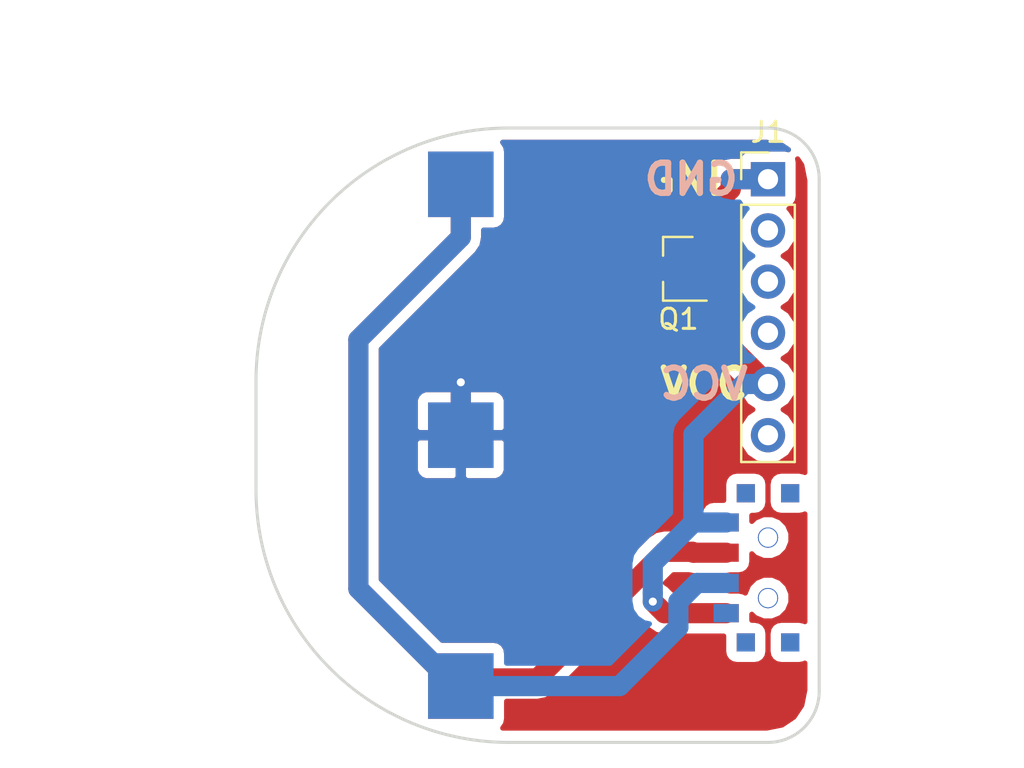
<source format=kicad_pcb>
(kicad_pcb (version 4) (host pcbnew 4.0.7)

  (general
    (links 10)
    (no_connects 0)
    (area 152.324999 101.524999 180.415001 132.155001)
    (thickness 1.6)
    (drawings 12)
    (tracks 46)
    (zones 0)
    (modules 6)
    (nets 12)
  )

  (page A4)
  (layers
    (0 F.Cu signal)
    (31 B.Cu signal)
    (32 B.Adhes user)
    (33 F.Adhes user)
    (34 B.Paste user)
    (35 F.Paste user)
    (36 B.SilkS user)
    (37 F.SilkS user)
    (38 B.Mask user)
    (39 F.Mask user)
    (40 Dwgs.User user)
    (41 Cmts.User user)
    (42 Eco1.User user)
    (43 Eco2.User user)
    (44 Edge.Cuts user)
    (45 Margin user)
    (46 B.CrtYd user)
    (47 F.CrtYd user)
    (48 B.Fab user)
    (49 F.Fab user)
  )

  (setup
    (last_trace_width 0.25)
    (user_trace_width 1)
    (trace_clearance 0.2)
    (zone_clearance 0.508)
    (zone_45_only no)
    (trace_min 0.2)
    (segment_width 0.2)
    (edge_width 0.15)
    (via_size 0.6)
    (via_drill 0.4)
    (via_min_size 0.4)
    (via_min_drill 0.3)
    (uvia_size 0.3)
    (uvia_drill 0.1)
    (uvias_allowed no)
    (uvia_min_size 0.2)
    (uvia_min_drill 0.1)
    (pcb_text_width 0.3)
    (pcb_text_size 1.5 1.5)
    (mod_edge_width 0.15)
    (mod_text_size 1 1)
    (mod_text_width 0.15)
    (pad_size 1.524 1.524)
    (pad_drill 0.762)
    (pad_to_mask_clearance 0.2)
    (aux_axis_origin 0 0)
    (visible_elements 7FFFFFFF)
    (pcbplotparams
      (layerselection 0x010f0_80000001)
      (usegerberextensions false)
      (excludeedgelayer true)
      (linewidth 0.100000)
      (plotframeref false)
      (viasonmask false)
      (mode 1)
      (useauxorigin false)
      (hpglpennumber 1)
      (hpglpenspeed 20)
      (hpglpendiameter 15)
      (hpglpenoverlay 2)
      (psnegative false)
      (psa4output false)
      (plotreference true)
      (plotvalue true)
      (plotinvisibletext false)
      (padsonsilk false)
      (subtractmaskfromsilk false)
      (outputformat 1)
      (mirror false)
      (drillshape 0)
      (scaleselection 1)
      (outputdirectory gerber/))
  )

  (net 0 "")
  (net 1 "Net-(BT1-Pad1)")
  (net 2 GND)
  (net 3 "Net-(BT2-Pad1)")
  (net 4 "Net-(J1-Pad2)")
  (net 5 "Net-(J1-Pad3)")
  (net 6 "Net-(J1-Pad4)")
  (net 7 VCC)
  (net 8 "Net-(J1-Pad6)")
  (net 9 "Net-(SW1-Pad3)")
  (net 10 "Net-(SW2-Pad3)")
  (net 11 "Net-(J1-Pad1)")

  (net_class Default "This is the default net class."
    (clearance 0.2)
    (trace_width 0.25)
    (via_dia 0.6)
    (via_drill 0.4)
    (uvia_dia 0.3)
    (uvia_drill 0.1)
    (add_net GND)
    (add_net "Net-(BT1-Pad1)")
    (add_net "Net-(BT2-Pad1)")
    (add_net "Net-(J1-Pad1)")
    (add_net "Net-(J1-Pad2)")
    (add_net "Net-(J1-Pad3)")
    (add_net "Net-(J1-Pad4)")
    (add_net "Net-(J1-Pad6)")
    (add_net "Net-(SW1-Pad3)")
    (add_net "Net-(SW2-Pad3)")
    (add_net VCC)
  )

  (module E73:C70373_CR2032 (layer F.Cu) (tedit 5ACFC485) (tstamp 5ACFC194)
    (at 167.132 122.936 270)
    (path /5ACFC0ED)
    (fp_text reference BT1 (at -6.096 3.294 270) (layer F.SilkS) hide
      (effects (font (size 1 1) (thickness 0.15)))
    )
    (fp_text value Battery_Cell (at -6.096 2.294 270) (layer F.Fab)
      (effects (font (size 1 1) (thickness 0.15)))
    )
    (fp_line (start -8.128 -5.08) (end -7.62 -6.604) (layer F.Fab) (width 0.15))
    (fp_line (start -7.62 -6.604) (end -6.096 -7.366) (layer F.Fab) (width 0.15))
    (fp_line (start -6.096 -7.366) (end -4.572 -6.604) (layer F.Fab) (width 0.15))
    (fp_line (start -4.572 -6.604) (end -4.064 -5.08) (layer F.Fab) (width 0.15))
    (fp_line (start 7.366 7.62) (end 3.556 7.62) (layer F.Fab) (width 0.15))
    (fp_line (start 7.366 1.524) (end 3.556 1.524) (layer F.Fab) (width 0.15))
    (fp_line (start -19.558 7.62) (end -15.494 7.62) (layer F.Fab) (width 0.15))
    (fp_line (start -19.558 1.524) (end -15.494 1.524) (layer F.Fab) (width 0.15))
    (fp_line (start -19.558 2.794) (end -19.558 7.62) (layer F.Fab) (width 0.15))
    (fp_line (start -19.558 4.572) (end -19.558 1.524) (layer F.Fab) (width 0.15))
    (fp_line (start 7.366 4.572) (end 7.366 7.62) (layer F.Fab) (width 0.15))
    (fp_line (start 7.366 4.572) (end 7.366 1.524) (layer F.Fab) (width 0.15))
    (fp_circle (center -6.096 4.572) (end 3.81 4.318) (layer F.Fab) (width 0.15))
    (pad 1 smd rect (at 6.35 4.572 270) (size 3.25 3.25) (layers F.Cu F.Paste F.Mask)
      (net 1 "Net-(BT1-Pad1)"))
    (pad 1 smd rect (at -18.542 4.572 270) (size 3.25 3.25) (layers F.Cu F.Paste F.Mask)
      (net 1 "Net-(BT1-Pad1)"))
    (pad 2 smd rect (at -6.096 4.572 270) (size 3.25 3.25) (layers F.Cu F.Paste F.Mask)
      (net 2 GND))
  )

  (module E73:C70373_CR2032 (layer B.Cu) (tedit 5ACFC48C) (tstamp 5ACFC19B)
    (at 167.131999 110.744 90)
    (path /5ACFC193)
    (fp_text reference BT2 (at -6.096 -3.294 90) (layer B.SilkS) hide
      (effects (font (size 1 1) (thickness 0.15)) (justify mirror))
    )
    (fp_text value Battery_Cell (at -6.096 -2.294 90) (layer B.Fab)
      (effects (font (size 1 1) (thickness 0.15)) (justify mirror))
    )
    (fp_line (start -8.128 5.08) (end -7.62 6.604) (layer B.Fab) (width 0.15))
    (fp_line (start -7.62 6.604) (end -6.096 7.366) (layer B.Fab) (width 0.15))
    (fp_line (start -6.096 7.366) (end -4.572 6.604) (layer B.Fab) (width 0.15))
    (fp_line (start -4.572 6.604) (end -4.064 5.08) (layer B.Fab) (width 0.15))
    (fp_line (start 7.366 -7.62) (end 3.556 -7.62) (layer B.Fab) (width 0.15))
    (fp_line (start 7.366 -1.524) (end 3.556 -1.524) (layer B.Fab) (width 0.15))
    (fp_line (start -19.558 -7.62) (end -15.494 -7.62) (layer B.Fab) (width 0.15))
    (fp_line (start -19.558 -1.524) (end -15.494 -1.524) (layer B.Fab) (width 0.15))
    (fp_line (start -19.558 -2.794) (end -19.558 -7.62) (layer B.Fab) (width 0.15))
    (fp_line (start -19.558 -4.572) (end -19.558 -1.524) (layer B.Fab) (width 0.15))
    (fp_line (start 7.366 -4.572) (end 7.366 -7.62) (layer B.Fab) (width 0.15))
    (fp_line (start 7.366 -4.572) (end 7.366 -1.524) (layer B.Fab) (width 0.15))
    (fp_circle (center -6.096 -4.572) (end 3.81 -4.318) (layer B.Fab) (width 0.15))
    (pad 1 smd rect (at 6.35 -4.572 90) (size 3.25 3.25) (layers B.Cu B.Paste B.Mask)
      (net 3 "Net-(BT2-Pad1)"))
    (pad 1 smd rect (at -18.542 -4.572 90) (size 3.25 3.25) (layers B.Cu B.Paste B.Mask)
      (net 3 "Net-(BT2-Pad1)"))
    (pad 2 smd rect (at -6.096 -4.572 90) (size 3.25 3.25) (layers B.Cu B.Paste B.Mask)
      (net 2 GND))
  )

  (module Pin_Headers:Pin_Header_Straight_1x06_Pitch2.54mm (layer F.Cu) (tedit 59650532) (tstamp 5ACFC1A5)
    (at 177.8 104.14)
    (descr "Through hole straight pin header, 1x06, 2.54mm pitch, single row")
    (tags "Through hole pin header THT 1x06 2.54mm single row")
    (path /5ACFC29B)
    (fp_text reference J1 (at 0 -2.33) (layer F.SilkS)
      (effects (font (size 1 1) (thickness 0.15)))
    )
    (fp_text value Conn_01x06 (at 0 15.03) (layer F.Fab)
      (effects (font (size 1 1) (thickness 0.15)))
    )
    (fp_line (start -0.635 -1.27) (end 1.27 -1.27) (layer F.Fab) (width 0.1))
    (fp_line (start 1.27 -1.27) (end 1.27 13.97) (layer F.Fab) (width 0.1))
    (fp_line (start 1.27 13.97) (end -1.27 13.97) (layer F.Fab) (width 0.1))
    (fp_line (start -1.27 13.97) (end -1.27 -0.635) (layer F.Fab) (width 0.1))
    (fp_line (start -1.27 -0.635) (end -0.635 -1.27) (layer F.Fab) (width 0.1))
    (fp_line (start -1.33 14.03) (end 1.33 14.03) (layer F.SilkS) (width 0.12))
    (fp_line (start -1.33 1.27) (end -1.33 14.03) (layer F.SilkS) (width 0.12))
    (fp_line (start 1.33 1.27) (end 1.33 14.03) (layer F.SilkS) (width 0.12))
    (fp_line (start -1.33 1.27) (end 1.33 1.27) (layer F.SilkS) (width 0.12))
    (fp_line (start -1.33 0) (end -1.33 -1.33) (layer F.SilkS) (width 0.12))
    (fp_line (start -1.33 -1.33) (end 0 -1.33) (layer F.SilkS) (width 0.12))
    (fp_line (start -1.8 -1.8) (end -1.8 14.5) (layer F.CrtYd) (width 0.05))
    (fp_line (start -1.8 14.5) (end 1.8 14.5) (layer F.CrtYd) (width 0.05))
    (fp_line (start 1.8 14.5) (end 1.8 -1.8) (layer F.CrtYd) (width 0.05))
    (fp_line (start 1.8 -1.8) (end -1.8 -1.8) (layer F.CrtYd) (width 0.05))
    (fp_text user %R (at 0 6.35 90) (layer F.Fab)
      (effects (font (size 1 1) (thickness 0.15)))
    )
    (pad 1 thru_hole rect (at 0 0) (size 1.7 1.7) (drill 1) (layers *.Cu *.Mask)
      (net 11 "Net-(J1-Pad1)"))
    (pad 2 thru_hole oval (at 0 2.54) (size 1.7 1.7) (drill 1) (layers *.Cu *.Mask)
      (net 4 "Net-(J1-Pad2)"))
    (pad 3 thru_hole oval (at 0 5.08) (size 1.7 1.7) (drill 1) (layers *.Cu *.Mask)
      (net 5 "Net-(J1-Pad3)"))
    (pad 4 thru_hole oval (at 0 7.62) (size 1.7 1.7) (drill 1) (layers *.Cu *.Mask)
      (net 6 "Net-(J1-Pad4)"))
    (pad 5 thru_hole oval (at 0 10.16) (size 1.7 1.7) (drill 1) (layers *.Cu *.Mask)
      (net 7 VCC))
    (pad 6 thru_hole oval (at 0 12.7) (size 1.7 1.7) (drill 1) (layers *.Cu *.Mask)
      (net 8 "Net-(J1-Pad6)"))
    (model ${KISYS3DMOD}/Pin_Headers.3dshapes/Pin_Header_Straight_1x06_Pitch2.54mm.wrl
      (at (xyz 0 0 0))
      (scale (xyz 1 1 1))
      (rotate (xyz 0 0 0))
    )
  )

  (module E73:SPDT_C128955 (layer F.Cu) (tedit 5ACFC493) (tstamp 5ACFC1B2)
    (at 177.800004 123.419998 270)
    (path /5ACFBF7B)
    (fp_text reference SW1 (at 0.2 3.65 270) (layer F.SilkS) hide
      (effects (font (size 1 1) (thickness 0.15)))
    )
    (fp_text value SW_SPDT (at -0.05 -4.7 270) (layer F.Fab)
      (effects (font (size 1 1) (thickness 0.15)))
    )
    (fp_line (start 0 -3.85) (end 1.9 -3.85) (layer F.Fab) (width 0.15))
    (fp_line (start 1.9 -3.85) (end 1.95 -1.35) (layer F.Fab) (width 0.15))
    (fp_line (start 1.95 -1.35) (end -1.95 -1.35) (layer F.Fab) (width 0.15))
    (fp_line (start -1.95 -1.35) (end -1.95 -3.85) (layer F.Fab) (width 0.15))
    (fp_line (start -1.95 -3.85) (end 0 -3.85) (layer F.Fab) (width 0.15))
    (fp_line (start 0 -1.35) (end -3.3 -1.35) (layer F.Fab) (width 0.15))
    (fp_line (start -3.3 -1.35) (end -3.3 1.5) (layer F.Fab) (width 0.15))
    (fp_line (start -3.3 1.5) (end 3.3 1.5) (layer F.Fab) (width 0.15))
    (fp_line (start 3.3 1.5) (end 3.3 -1.35) (layer F.Fab) (width 0.15))
    (fp_line (start 0 -1.35) (end 3.3 -1.35) (layer F.Fab) (width 0.15))
    (pad "" np_thru_hole circle (at 1.5 0 270) (size 1 1) (drill 0.9) (layers *.Cu *.Mask))
    (pad "" np_thru_hole circle (at -1.5 0 270) (size 1 1) (drill 0.9) (layers *.Cu *.Mask))
    (pad 2 smd rect (at -0.75 2.075 270) (size 0.9 1.25) (layers F.Cu F.Paste F.Mask)
      (net 1 "Net-(BT1-Pad1)"))
    (pad 3 smd rect (at -2.25 2.075 270) (size 0.9 1.25) (layers F.Cu F.Paste F.Mask)
      (net 9 "Net-(SW1-Pad3)"))
    (pad 1 smd rect (at 2.25 2.075 270) (size 0.9 1.25) (layers F.Cu F.Paste F.Mask)
      (net 7 VCC))
    (pad 0 smd rect (at 3.7 -1.1 270) (size 0.9 0.9) (layers F.Cu F.Paste F.Mask))
    (pad 0 smd rect (at 3.7 1.1 270) (size 0.9 0.9) (layers F.Cu F.Paste F.Mask))
    (pad 0 smd rect (at -3.7 1.1 270) (size 0.9 0.9) (layers F.Cu F.Paste F.Mask))
    (pad 0 smd rect (at -3.7 -1.1 270) (size 0.9 0.9) (layers F.Cu F.Paste F.Mask))
  )

  (module E73:SPDT_C128955 (layer B.Cu) (tedit 5ACFC49B) (tstamp 5ACFC1BF)
    (at 177.8 123.42 90)
    (path /5ACFC055)
    (fp_text reference SW2 (at 0.2 -3.649999 90) (layer B.SilkS) hide
      (effects (font (size 1 1) (thickness 0.15)) (justify mirror))
    )
    (fp_text value SW_SPDT (at -0.05 4.7 90) (layer B.Fab)
      (effects (font (size 1 1) (thickness 0.15)) (justify mirror))
    )
    (fp_line (start 0 3.85) (end 1.9 3.85) (layer B.Fab) (width 0.15))
    (fp_line (start 1.9 3.85) (end 1.95 1.35) (layer B.Fab) (width 0.15))
    (fp_line (start 1.95 1.35) (end -1.95 1.35) (layer B.Fab) (width 0.15))
    (fp_line (start -1.95 1.35) (end -1.95 3.85) (layer B.Fab) (width 0.15))
    (fp_line (start -1.95 3.85) (end 0 3.85) (layer B.Fab) (width 0.15))
    (fp_line (start 0 1.35) (end -3.3 1.35) (layer B.Fab) (width 0.15))
    (fp_line (start -3.3 1.35) (end -3.3 -1.5) (layer B.Fab) (width 0.15))
    (fp_line (start -3.3 -1.5) (end 3.3 -1.5) (layer B.Fab) (width 0.15))
    (fp_line (start 3.3 -1.5) (end 3.3 1.35) (layer B.Fab) (width 0.15))
    (fp_line (start 0 1.35) (end 3.3 1.35) (layer B.Fab) (width 0.15))
    (pad "" np_thru_hole circle (at 1.5 0 90) (size 1 1) (drill 0.9) (layers *.Cu *.Mask))
    (pad "" np_thru_hole circle (at -1.5 0 90) (size 1 1) (drill 0.9) (layers *.Cu *.Mask))
    (pad 2 smd rect (at -0.75 -2.075 90) (size 0.9 1.25) (layers B.Cu B.Paste B.Mask)
      (net 3 "Net-(BT2-Pad1)"))
    (pad 3 smd rect (at -2.25 -2.075 90) (size 0.9 1.25) (layers B.Cu B.Paste B.Mask)
      (net 10 "Net-(SW2-Pad3)"))
    (pad 1 smd rect (at 2.25 -2.075 90) (size 0.9 1.25) (layers B.Cu B.Paste B.Mask)
      (net 7 VCC))
    (pad 0 smd rect (at 3.7 1.1 90) (size 0.9 0.9) (layers B.Cu B.Paste B.Mask))
    (pad 0 smd rect (at 3.7 -1.1 90) (size 0.9 0.9) (layers B.Cu B.Paste B.Mask))
    (pad 0 smd rect (at -3.7 -1.1 90) (size 0.9 0.9) (layers B.Cu B.Paste B.Mask))
    (pad 0 smd rect (at -3.7 1.1 90) (size 0.9 0.9) (layers B.Cu B.Paste B.Mask))
  )

  (module TO_SOT_Packages_SMD:SOT-23 (layer F.Cu) (tedit 58CE4E7E) (tstamp 5AD32F9B)
    (at 173.355 108.585 180)
    (descr "SOT-23, Standard")
    (tags SOT-23)
    (path /5AD32E30)
    (attr smd)
    (fp_text reference Q1 (at 0 -2.5 180) (layer F.SilkS)
      (effects (font (size 1 1) (thickness 0.15)))
    )
    (fp_text value BSS138 (at 0 2.5 180) (layer F.Fab)
      (effects (font (size 1 1) (thickness 0.15)))
    )
    (fp_text user %R (at -0.635 0.084999 270) (layer F.Fab)
      (effects (font (size 0.5 0.5) (thickness 0.075)))
    )
    (fp_line (start -0.7 -0.95) (end -0.7 1.5) (layer F.Fab) (width 0.1))
    (fp_line (start -0.15 -1.52) (end 0.7 -1.52) (layer F.Fab) (width 0.1))
    (fp_line (start -0.7 -0.95) (end -0.15 -1.52) (layer F.Fab) (width 0.1))
    (fp_line (start 0.7 -1.52) (end 0.7 1.52) (layer F.Fab) (width 0.1))
    (fp_line (start -0.7 1.52) (end 0.7 1.52) (layer F.Fab) (width 0.1))
    (fp_line (start 0.76 1.58) (end 0.76 0.65) (layer F.SilkS) (width 0.12))
    (fp_line (start 0.76 -1.58) (end 0.76 -0.65) (layer F.SilkS) (width 0.12))
    (fp_line (start -1.7 -1.75) (end 1.7 -1.75) (layer F.CrtYd) (width 0.05))
    (fp_line (start 1.7 -1.75) (end 1.7 1.75) (layer F.CrtYd) (width 0.05))
    (fp_line (start 1.7 1.75) (end -1.7 1.75) (layer F.CrtYd) (width 0.05))
    (fp_line (start -1.7 1.75) (end -1.7 -1.75) (layer F.CrtYd) (width 0.05))
    (fp_line (start 0.76 -1.58) (end -1.4 -1.58) (layer F.SilkS) (width 0.12))
    (fp_line (start 0.76 1.58) (end -0.7 1.58) (layer F.SilkS) (width 0.12))
    (pad 1 smd rect (at -1 -0.95 180) (size 0.9 0.8) (layers F.Cu F.Paste F.Mask)
      (net 7 VCC))
    (pad 2 smd rect (at -1 0.95 180) (size 0.9 0.8) (layers F.Cu F.Paste F.Mask)
      (net 11 "Net-(J1-Pad1)"))
    (pad 3 smd rect (at 1 0 180) (size 0.9 0.8) (layers F.Cu F.Paste F.Mask)
      (net 2 GND))
    (model ${KISYS3DMOD}/TO_SOT_Packages_SMD.3dshapes/SOT-23.wrl
      (at (xyz 0 0 0))
      (scale (xyz 1 1 1))
      (rotate (xyz 0 0 0))
    )
  )

  (gr_text VCC (at 174.625 114.3) (layer B.SilkS)
    (effects (font (size 1.5 1.5) (thickness 0.3)) (justify mirror))
  )
  (gr_text GND (at 173.99 104.14) (layer B.SilkS)
    (effects (font (size 1.5 1.5) (thickness 0.3)) (justify mirror))
  )
  (gr_text VCC (at 174.625 114.3) (layer F.SilkS)
    (effects (font (size 1.5 1.5) (thickness 0.3)))
  )
  (gr_text "GND\n" (at 173.99 104.14) (layer F.SilkS)
    (effects (font (size 1.5 1.5) (thickness 0.3)))
  )
  (gr_arc (start 177.8 104.14) (end 177.8 101.6) (angle 90) (layer Edge.Cuts) (width 0.15))
  (gr_arc (start 164.94 114.14) (end 152.4 114.14) (angle 90) (layer Edge.Cuts) (width 0.15))
  (gr_arc (start 164.94 119.54) (end 164.94 132.08) (angle 90) (layer Edge.Cuts) (width 0.15))
  (gr_arc (start 177.8 129.54) (end 180.34 129.54) (angle 90) (layer Edge.Cuts) (width 0.15))
  (gr_line (start 164.9476 101.6) (end 177.8 101.6) (layer Edge.Cuts) (width 0.15))
  (gr_line (start 152.4 119.5324) (end 152.4 114.1476) (layer Edge.Cuts) (width 0.15))
  (gr_line (start 177.8 132.08) (end 164.9476 132.08) (layer Edge.Cuts) (width 0.15))
  (gr_line (start 180.34 104.14) (end 180.34 129.54) (layer Edge.Cuts) (width 0.15))

  (segment (start 162.56 128.905) (end 166.37 128.905) (width 1) (layer F.Cu) (net 1))
  (segment (start 166.37 128.905) (end 172.650011 122.624989) (width 1) (layer F.Cu) (net 1))
  (segment (start 172.650011 122.624989) (end 174.054995 122.624989) (width 1) (layer F.Cu) (net 1))
  (segment (start 174.054995 122.624989) (end 174.100004 122.669998) (width 1) (layer F.Cu) (net 1))
  (segment (start 174.100004 122.669998) (end 175.725004 122.669998) (width 1) (layer F.Cu) (net 1))
  (segment (start 162.56 129.286) (end 162.56 128.27) (width 1) (layer F.Cu) (net 1))
  (segment (start 162.56 128.27) (end 161.29 128.27) (width 1) (layer F.Cu) (net 1))
  (segment (start 161.29 128.27) (end 157.48 124.46) (width 1) (layer F.Cu) (net 1))
  (segment (start 157.48 124.46) (end 157.48 112.099) (width 1) (layer F.Cu) (net 1))
  (segment (start 157.48 112.099) (end 162.56 107.019) (width 1) (layer F.Cu) (net 1))
  (segment (start 162.56 107.019) (end 162.56 104.394) (width 1) (layer F.Cu) (net 1))
  (via (at 162.559999 114.215) (size 0.6) (drill 0.4) (layers F.Cu B.Cu) (net 2))
  (segment (start 162.56 114.215) (end 168.19 108.585) (width 1) (layer F.Cu) (net 2))
  (segment (start 168.19 108.585) (end 172.355 108.585) (width 1) (layer F.Cu) (net 2))
  (segment (start 162.56 116.84) (end 162.56 114.215) (width 1) (layer F.Cu) (net 2))
  (segment (start 162.559999 116.84) (end 162.559999 114.215) (width 1) (layer B.Cu) (net 2))
  (segment (start 162.559999 104.394) (end 162.559999 107.019) (width 1) (layer B.Cu) (net 3))
  (segment (start 162.559999 107.019) (end 157.48 112.098999) (width 1) (layer B.Cu) (net 3))
  (segment (start 157.48 112.098999) (end 157.48 124.46) (width 1) (layer B.Cu) (net 3))
  (segment (start 162.306 129.286) (end 162.559999 129.286) (width 1) (layer B.Cu) (net 3))
  (segment (start 157.48 124.46) (end 162.306 129.286) (width 1) (layer B.Cu) (net 3))
  (segment (start 162.559999 129.286) (end 170.434 129.286) (width 1) (layer B.Cu) (net 3))
  (segment (start 170.434 129.286) (end 173.355 126.365) (width 1) (layer B.Cu) (net 3))
  (segment (start 173.355 125.095) (end 174.28 124.17) (width 1) (layer B.Cu) (net 3))
  (segment (start 174.28 124.17) (end 175.725 124.17) (width 1) (layer B.Cu) (net 3))
  (segment (start 173.355 126.365) (end 173.355 125.095) (width 1) (layer B.Cu) (net 3))
  (segment (start 177.8 114.3) (end 174.355 110.855) (width 1) (layer F.Cu) (net 7))
  (segment (start 174.355 110.855) (end 174.355 109.535) (width 1) (layer F.Cu) (net 7))
  (segment (start 174.1 119.72) (end 174.1 121.175) (width 1) (layer B.Cu) (net 7))
  (segment (start 172.085 123.19) (end 172.085 124.670736) (width 1) (layer B.Cu) (net 7))
  (segment (start 174.1 121.175) (end 172.085 123.19) (width 1) (layer B.Cu) (net 7))
  (segment (start 172.085 124.670736) (end 172.085 125.095) (width 1) (layer B.Cu) (net 7))
  (segment (start 175.725004 125.669998) (end 172.659998 125.669998) (width 1) (layer F.Cu) (net 7))
  (segment (start 172.384999 125.394999) (end 172.085 125.095) (width 1) (layer F.Cu) (net 7))
  (segment (start 172.659998 125.669998) (end 172.384999 125.394999) (width 1) (layer F.Cu) (net 7))
  (via (at 172.085 125.095) (size 0.6) (drill 0.4) (layers F.Cu B.Cu) (net 7))
  (segment (start 174.1 119.72) (end 174.1 121.17) (width 1) (layer B.Cu) (net 7))
  (segment (start 174.1 121.17) (end 175.725 121.17) (width 1) (layer B.Cu) (net 7))
  (segment (start 177.8 114.3) (end 176.597919 114.3) (width 1) (layer B.Cu) (net 7))
  (segment (start 176.597919 114.3) (end 174.1 116.797919) (width 1) (layer B.Cu) (net 7))
  (segment (start 174.1 116.797919) (end 174.1 119.72) (width 1) (layer B.Cu) (net 7))
  (segment (start 174.355 107.635) (end 174.355 106.235) (width 1) (layer F.Cu) (net 11))
  (segment (start 174.355 106.235) (end 175.95 104.64) (width 1) (layer F.Cu) (net 11))
  (segment (start 175.95 104.64) (end 175.95 104.14) (width 1) (layer F.Cu) (net 11))
  (segment (start 175.95 104.14) (end 177.8 104.14) (width 1) (layer F.Cu) (net 11))
  (segment (start 175.95 104.14) (end 177.8 104.14) (width 1) (layer B.Cu) (net 11))

  (zone (net 2) (net_name GND) (layer B.Cu) (tstamp 0) (hatch edge 0.508)
    (connect_pads (clearance 0.508))
    (min_thickness 0.254)
    (fill yes (arc_segments 16) (thermal_gap 0.508) (thermal_bridge_width 0.508))
    (polygon
      (pts
        (xy 146.05 95.885) (xy 146.05 133.35) (xy 184.15 133.35) (xy 184.15 95.25)
      )
    )
    (filled_polygon
      (pts
        (xy 178.494989 102.462152) (xy 178.814993 102.675972) (xy 178.65 102.64256) (xy 176.95 102.64256) (xy 176.714683 102.686838)
        (xy 176.498559 102.82591) (xy 176.376192 103.005) (xy 175.95 103.005) (xy 175.515654 103.091397) (xy 175.147434 103.337434)
        (xy 174.901397 103.705654) (xy 174.815 104.14) (xy 174.901397 104.574346) (xy 175.147434 104.942566) (xy 175.515654 105.188603)
        (xy 175.95 105.275) (xy 176.378808 105.275) (xy 176.48591 105.441441) (xy 176.69811 105.586431) (xy 176.765541 105.600086)
        (xy 176.720853 105.629946) (xy 176.398946 106.111715) (xy 176.285907 106.68) (xy 176.398946 107.248285) (xy 176.720853 107.730054)
        (xy 177.050026 107.95) (xy 176.720853 108.169946) (xy 176.398946 108.651715) (xy 176.285907 109.22) (xy 176.398946 109.788285)
        (xy 176.720853 110.270054) (xy 177.050026 110.49) (xy 176.720853 110.709946) (xy 176.398946 111.191715) (xy 176.285907 111.76)
        (xy 176.398946 112.328285) (xy 176.720853 112.810054) (xy 177.050026 113.03) (xy 176.847984 113.165) (xy 176.597919 113.165)
        (xy 176.163573 113.251397) (xy 175.795353 113.497434) (xy 173.297434 115.995353) (xy 173.051397 116.363573) (xy 172.965 116.797919)
        (xy 172.965 120.704868) (xy 171.282434 122.387434) (xy 171.036397 122.755654) (xy 170.95 123.19) (xy 170.95 125.095)
        (xy 171.036397 125.529346) (xy 171.282434 125.897566) (xy 171.650654 126.143603) (xy 171.918072 126.196796) (xy 169.963868 128.151)
        (xy 164.832439 128.151) (xy 164.832439 127.661) (xy 164.788161 127.425683) (xy 164.649089 127.209559) (xy 164.436889 127.064569)
        (xy 164.184999 127.01356) (xy 161.638692 127.01356) (xy 158.615 123.989868) (xy 158.615 117.12575) (xy 160.299999 117.12575)
        (xy 160.299999 118.591309) (xy 160.396672 118.824698) (xy 160.5753 119.003327) (xy 160.808689 119.1) (xy 162.274249 119.1)
        (xy 162.432999 118.94125) (xy 162.432999 116.967) (xy 162.686999 116.967) (xy 162.686999 118.94125) (xy 162.845749 119.1)
        (xy 164.311309 119.1) (xy 164.544698 119.003327) (xy 164.723326 118.824698) (xy 164.819999 118.591309) (xy 164.819999 117.12575)
        (xy 164.661249 116.967) (xy 162.686999 116.967) (xy 162.432999 116.967) (xy 160.458749 116.967) (xy 160.299999 117.12575)
        (xy 158.615 117.12575) (xy 158.615 115.088691) (xy 160.299999 115.088691) (xy 160.299999 116.55425) (xy 160.458749 116.713)
        (xy 162.432999 116.713) (xy 162.432999 114.73875) (xy 162.686999 114.73875) (xy 162.686999 116.713) (xy 164.661249 116.713)
        (xy 164.819999 116.55425) (xy 164.819999 115.088691) (xy 164.723326 114.855302) (xy 164.544698 114.676673) (xy 164.311309 114.58)
        (xy 162.845749 114.58) (xy 162.686999 114.73875) (xy 162.432999 114.73875) (xy 162.274249 114.58) (xy 160.808689 114.58)
        (xy 160.5753 114.676673) (xy 160.396672 114.855302) (xy 160.299999 115.088691) (xy 158.615 115.088691) (xy 158.615 112.569131)
        (xy 163.362565 107.821567) (xy 163.608602 107.453346) (xy 163.649391 107.248285) (xy 163.694999 107.019) (xy 163.694999 106.66644)
        (xy 164.184999 106.66644) (xy 164.420316 106.622162) (xy 164.63644 106.48309) (xy 164.78143 106.27089) (xy 164.832439 106.019)
        (xy 164.832439 102.769) (xy 164.788161 102.533683) (xy 164.649089 102.317559) (xy 164.638026 102.31) (xy 177.730069 102.31)
      )
    )
  )
  (zone (net 2) (net_name GND) (layer F.Cu) (tstamp 0) (hatch edge 0.508)
    (connect_pads (clearance 0.508))
    (min_thickness 0.254)
    (fill yes (arc_segments 16) (thermal_gap 0.508) (thermal_bridge_width 0.508))
    (polygon
      (pts
        (xy 139.7 95.25) (xy 139.7 133.35) (xy 190.5 133.35) (xy 190.5 95.25)
      )
    )
    (filled_polygon
      (pts
        (xy 178.494989 102.462152) (xy 178.814993 102.675972) (xy 178.65 102.64256) (xy 176.95 102.64256) (xy 176.714683 102.686838)
        (xy 176.498559 102.82591) (xy 176.376192 103.005) (xy 175.95 103.005) (xy 175.515654 103.091397) (xy 175.147434 103.337434)
        (xy 174.901397 103.705654) (xy 174.815 104.14) (xy 174.815 104.169868) (xy 173.552434 105.432434) (xy 173.306397 105.800654)
        (xy 173.22 106.235) (xy 173.22 107.635) (xy 173.23663 107.718605) (xy 173.164698 107.646673) (xy 172.931309 107.55)
        (xy 172.64075 107.55) (xy 172.482 107.70875) (xy 172.482 108.458) (xy 173.28125 108.458) (xy 173.367262 108.371988)
        (xy 173.44091 108.486441) (xy 173.586083 108.585633) (xy 173.453559 108.67091) (xy 173.366936 108.797686) (xy 173.28125 108.712)
        (xy 172.482 108.712) (xy 172.482 109.46125) (xy 172.64075 109.62) (xy 172.931309 109.62) (xy 173.164698 109.523327)
        (xy 173.23663 109.451395) (xy 173.22 109.535) (xy 173.22 110.855) (xy 173.306397 111.289346) (xy 173.552434 111.657566)
        (xy 176.308512 114.413644) (xy 176.398946 114.868285) (xy 176.720853 115.350054) (xy 177.050026 115.57) (xy 176.720853 115.789946)
        (xy 176.398946 116.271715) (xy 176.285907 116.84) (xy 176.398946 117.408285) (xy 176.720853 117.890054) (xy 177.202622 118.211961)
        (xy 177.770907 118.325) (xy 177.829093 118.325) (xy 178.397378 118.211961) (xy 178.879147 117.890054) (xy 179.201054 117.408285)
        (xy 179.314093 116.84) (xy 179.201054 116.271715) (xy 178.879147 115.789946) (xy 178.549974 115.57) (xy 178.879147 115.350054)
        (xy 179.201054 114.868285) (xy 179.314093 114.3) (xy 179.201054 113.731715) (xy 178.879147 113.249946) (xy 178.549974 113.03)
        (xy 178.879147 112.810054) (xy 179.201054 112.328285) (xy 179.314093 111.76) (xy 179.201054 111.191715) (xy 178.879147 110.709946)
        (xy 178.549974 110.49) (xy 178.879147 110.270054) (xy 179.201054 109.788285) (xy 179.314093 109.22) (xy 179.201054 108.651715)
        (xy 178.879147 108.169946) (xy 178.549974 107.95) (xy 178.879147 107.730054) (xy 179.201054 107.248285) (xy 179.314093 106.68)
        (xy 179.201054 106.111715) (xy 178.879147 105.629946) (xy 178.837548 105.60215) (xy 178.885317 105.593162) (xy 179.101441 105.45409)
        (xy 179.246431 105.24189) (xy 179.29744 104.99) (xy 179.29744 103.29) (xy 179.267322 103.129937) (xy 179.477848 103.445011)
        (xy 179.63 104.209931) (xy 179.63 118.692771) (xy 179.601894 118.673567) (xy 179.350004 118.622558) (xy 178.450004 118.622558)
        (xy 178.214687 118.666836) (xy 177.998563 118.805908) (xy 177.853573 119.018108) (xy 177.802564 119.269998) (xy 177.802564 120.169998)
        (xy 177.846842 120.405315) (xy 177.985914 120.621439) (xy 178.198114 120.766429) (xy 178.450004 120.817438) (xy 179.350004 120.817438)
        (xy 179.585321 120.77316) (xy 179.63 120.74441) (xy 179.63 126.092771) (xy 179.601894 126.073567) (xy 179.350004 126.022558)
        (xy 178.450004 126.022558) (xy 178.214687 126.066836) (xy 177.998563 126.205908) (xy 177.853573 126.418108) (xy 177.802564 126.669998)
        (xy 177.802564 127.569998) (xy 177.846842 127.805315) (xy 177.985914 128.021439) (xy 178.198114 128.166429) (xy 178.450004 128.217438)
        (xy 179.350004 128.217438) (xy 179.585321 128.17316) (xy 179.63 128.14441) (xy 179.63 129.470069) (xy 179.477848 130.234989)
        (xy 179.08417 130.82417) (xy 178.494989 131.217848) (xy 177.730069 131.37) (xy 164.639919 131.37) (xy 164.781431 131.16289)
        (xy 164.83244 130.911) (xy 164.83244 130.04) (xy 166.37 130.04) (xy 166.804346 129.953603) (xy 167.172566 129.707566)
        (xy 171.162324 125.717808) (xy 171.282434 125.897566) (xy 171.857432 126.472564) (xy 172.225652 126.718601) (xy 172.659998 126.804998)
        (xy 175.602564 126.804998) (xy 175.602564 127.569998) (xy 175.646842 127.805315) (xy 175.785914 128.021439) (xy 175.998114 128.166429)
        (xy 176.250004 128.217438) (xy 177.150004 128.217438) (xy 177.385321 128.17316) (xy 177.601445 128.034088) (xy 177.746435 127.821888)
        (xy 177.797444 127.569998) (xy 177.797444 126.669998) (xy 177.753166 126.434681) (xy 177.614094 126.218557) (xy 177.401894 126.073567)
        (xy 177.150004 126.022558) (xy 176.997444 126.022558) (xy 176.997444 125.722577) (xy 177.156235 125.881645) (xy 177.573244 126.054803)
        (xy 178.024775 126.055197) (xy 178.442086 125.882767) (xy 178.442087 125.882766) (xy 178.44209 125.882765) (xy 178.761649 125.563763)
        (xy 178.934807 125.146754) (xy 178.935201 124.695223) (xy 178.762771 124.277912) (xy 178.443769 123.958353) (xy 178.02676 123.785195)
        (xy 177.575229 123.784801) (xy 177.157918 123.957231) (xy 177.157917 123.957232) (xy 177.157914 123.957233) (xy 176.838355 124.276235)
        (xy 176.673744 124.67266) (xy 176.601894 124.623567) (xy 176.350004 124.572558) (xy 175.91383 124.572558) (xy 175.725004 124.534998)
        (xy 173.13013 124.534998) (xy 172.887566 124.292434) (xy 172.707808 124.172324) (xy 173.120143 123.759989) (xy 173.873729 123.759989)
        (xy 174.100004 123.804998) (xy 175.725004 123.804998) (xy 175.91383 123.767438) (xy 176.350004 123.767438) (xy 176.585321 123.72316)
        (xy 176.801445 123.584088) (xy 176.946435 123.371888) (xy 176.997444 123.119998) (xy 176.997444 122.722577) (xy 177.156235 122.881645)
        (xy 177.573244 123.054803) (xy 178.024775 123.055197) (xy 178.442086 122.882767) (xy 178.442087 122.882766) (xy 178.44209 122.882765)
        (xy 178.761649 122.563763) (xy 178.934807 122.146754) (xy 178.935201 121.695223) (xy 178.762771 121.277912) (xy 178.443769 120.958353)
        (xy 178.02676 120.785195) (xy 177.575229 120.784801) (xy 177.157918 120.957231) (xy 177.157917 120.957232) (xy 177.157914 120.957233)
        (xy 176.997444 121.117423) (xy 176.997444 120.817438) (xy 177.150004 120.817438) (xy 177.385321 120.77316) (xy 177.601445 120.634088)
        (xy 177.746435 120.421888) (xy 177.797444 120.169998) (xy 177.797444 119.269998) (xy 177.753166 119.034681) (xy 177.614094 118.818557)
        (xy 177.401894 118.673567) (xy 177.150004 118.622558) (xy 176.250004 118.622558) (xy 176.014687 118.666836) (xy 175.798563 118.805908)
        (xy 175.653573 119.018108) (xy 175.602564 119.269998) (xy 175.602564 120.072558) (xy 175.100004 120.072558) (xy 174.864687 120.116836)
        (xy 174.648563 120.255908) (xy 174.503573 120.468108) (xy 174.452564 120.719998) (xy 174.452564 121.534998) (xy 174.28127 121.534998)
        (xy 174.054995 121.489989) (xy 172.650011 121.489989) (xy 172.215665 121.576386) (xy 171.946992 121.755908) (xy 171.847445 121.822423)
        (xy 165.899868 127.77) (xy 164.83244 127.77) (xy 164.83244 127.661) (xy 164.788162 127.425683) (xy 164.64909 127.209559)
        (xy 164.43689 127.064569) (xy 164.185 127.01356) (xy 161.638692 127.01356) (xy 158.615 123.989868) (xy 158.615 117.12575)
        (xy 160.3 117.12575) (xy 160.3 118.591309) (xy 160.396673 118.824698) (xy 160.575301 119.003327) (xy 160.80869 119.1)
        (xy 162.27425 119.1) (xy 162.433 118.94125) (xy 162.433 116.967) (xy 162.687 116.967) (xy 162.687 118.94125)
        (xy 162.84575 119.1) (xy 164.31131 119.1) (xy 164.544699 119.003327) (xy 164.723327 118.824698) (xy 164.82 118.591309)
        (xy 164.82 117.12575) (xy 164.66125 116.967) (xy 162.687 116.967) (xy 162.433 116.967) (xy 160.45875 116.967)
        (xy 160.3 117.12575) (xy 158.615 117.12575) (xy 158.615 115.088691) (xy 160.3 115.088691) (xy 160.3 116.55425)
        (xy 160.45875 116.713) (xy 162.433 116.713) (xy 162.433 114.73875) (xy 162.687 114.73875) (xy 162.687 116.713)
        (xy 164.66125 116.713) (xy 164.82 116.55425) (xy 164.82 115.088691) (xy 164.723327 114.855302) (xy 164.544699 114.676673)
        (xy 164.31131 114.58) (xy 162.84575 114.58) (xy 162.687 114.73875) (xy 162.433 114.73875) (xy 162.27425 114.58)
        (xy 160.80869 114.58) (xy 160.575301 114.676673) (xy 160.396673 114.855302) (xy 160.3 115.088691) (xy 158.615 115.088691)
        (xy 158.615 112.569132) (xy 162.313382 108.87075) (xy 171.27 108.87075) (xy 171.27 109.11131) (xy 171.366673 109.344699)
        (xy 171.545302 109.523327) (xy 171.778691 109.62) (xy 172.06925 109.62) (xy 172.228 109.46125) (xy 172.228 108.712)
        (xy 171.42875 108.712) (xy 171.27 108.87075) (xy 162.313382 108.87075) (xy 163.125442 108.05869) (xy 171.27 108.05869)
        (xy 171.27 108.29925) (xy 171.42875 108.458) (xy 172.228 108.458) (xy 172.228 107.70875) (xy 172.06925 107.55)
        (xy 171.778691 107.55) (xy 171.545302 107.646673) (xy 171.366673 107.825301) (xy 171.27 108.05869) (xy 163.125442 108.05869)
        (xy 163.362566 107.821566) (xy 163.608603 107.453346) (xy 163.695 107.019) (xy 163.695 106.66644) (xy 164.185 106.66644)
        (xy 164.420317 106.622162) (xy 164.636441 106.48309) (xy 164.781431 106.27089) (xy 164.83244 106.019) (xy 164.83244 102.769)
        (xy 164.788162 102.533683) (xy 164.64909 102.317559) (xy 164.638027 102.31) (xy 177.730069 102.31)
      )
    )
  )
)

</source>
